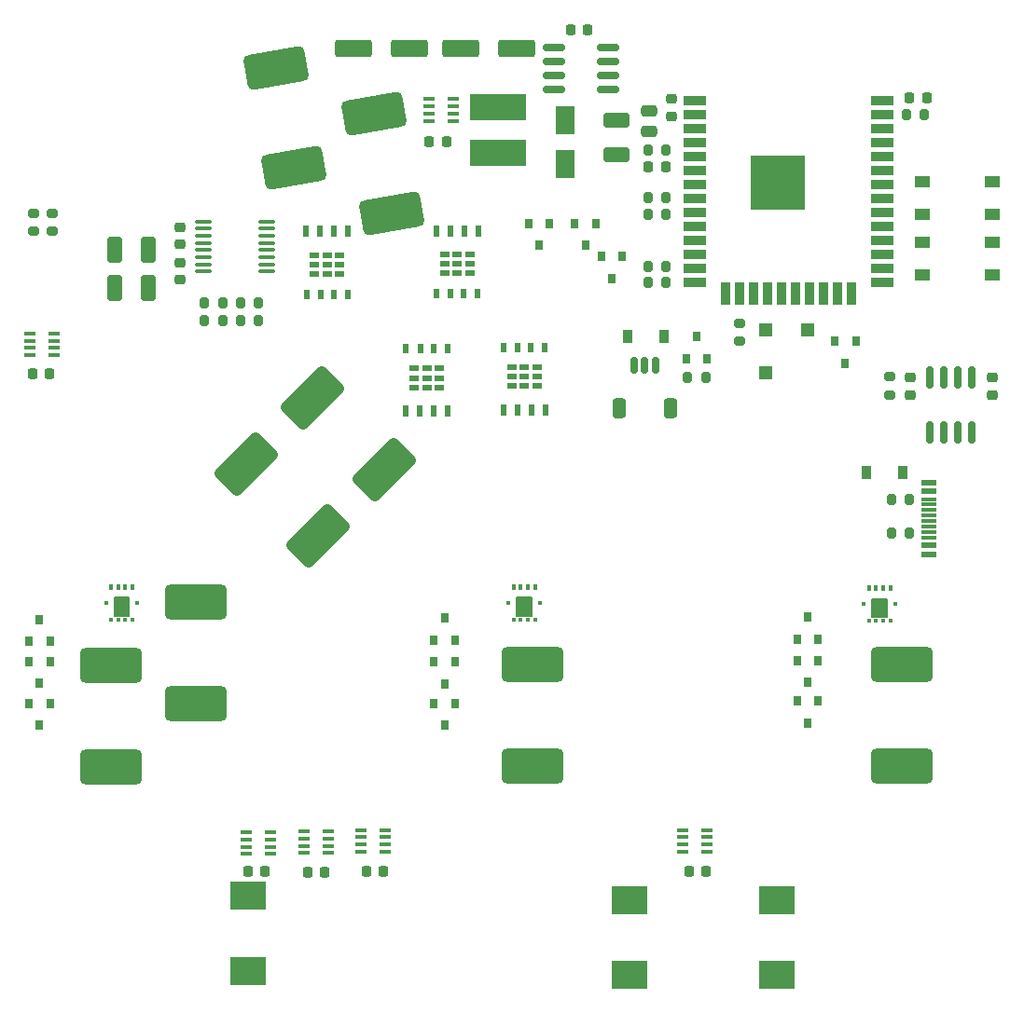
<source format=gbr>
G04 #@! TF.GenerationSoftware,KiCad,Pcbnew,(6.0.0-rc1-314-g10be483430)*
G04 #@! TF.CreationDate,2021-12-09T18:26:49+11:00*
G04 #@! TF.ProjectId,esp32_battery_isolator,65737033-325f-4626-9174-746572795f69,G*
G04 #@! TF.SameCoordinates,Original*
G04 #@! TF.FileFunction,Paste,Top*
G04 #@! TF.FilePolarity,Positive*
%FSLAX46Y46*%
G04 Gerber Fmt 4.6, Leading zero omitted, Abs format (unit mm)*
G04 Created by KiCad (PCBNEW (6.0.0-rc1-314-g10be483430)) date 2021-12-09 18:26:49*
%MOMM*%
%LPD*%
G01*
G04 APERTURE LIST*
G04 Aperture macros list*
%AMRoundRect*
0 Rectangle with rounded corners*
0 $1 Rounding radius*
0 $2 $3 $4 $5 $6 $7 $8 $9 X,Y pos of 4 corners*
0 Add a 4 corners polygon primitive as box body*
4,1,4,$2,$3,$4,$5,$6,$7,$8,$9,$2,$3,0*
0 Add four circle primitives for the rounded corners*
1,1,$1+$1,$2,$3*
1,1,$1+$1,$4,$5*
1,1,$1+$1,$6,$7*
1,1,$1+$1,$8,$9*
0 Add four rect primitives between the rounded corners*
20,1,$1+$1,$2,$3,$4,$5,0*
20,1,$1+$1,$4,$5,$6,$7,0*
20,1,$1+$1,$6,$7,$8,$9,0*
20,1,$1+$1,$8,$9,$2,$3,0*%
G04 Aperture macros list end*
%ADD10C,0.150000*%
%ADD11R,1.400000X1.000000*%
%ADD12RoundRect,0.250000X0.925000X-0.412500X0.925000X0.412500X-0.925000X0.412500X-0.925000X-0.412500X0*%
%ADD13R,0.800000X0.900000*%
%ADD14R,0.350000X0.500000*%
%ADD15R,0.400000X0.300000*%
%ADD16R,0.380000X0.430000*%
%ADD17RoundRect,0.100000X-0.637500X-0.100000X0.637500X-0.100000X0.637500X0.100000X-0.637500X0.100000X0*%
%ADD18RoundRect,0.200000X-0.200000X-0.275000X0.200000X-0.275000X0.200000X0.275000X-0.200000X0.275000X0*%
%ADD19R,0.900000X0.600000*%
%ADD20R,0.600000X0.900000*%
%ADD21R,0.600000X1.050000*%
%ADD22R,3.300000X2.500000*%
%ADD23RoundRect,0.484848X2.473624X-0.696188X2.086336X1.500232X-2.473624X0.696188X-2.086336X-1.500232X0*%
%ADD24RoundRect,0.225000X-0.225000X-0.250000X0.225000X-0.250000X0.225000X0.250000X-0.225000X0.250000X0*%
%ADD25RoundRect,0.150000X-0.150000X-0.625000X0.150000X-0.625000X0.150000X0.625000X-0.150000X0.625000X0*%
%ADD26RoundRect,0.250000X-0.350000X-0.650000X0.350000X-0.650000X0.350000X0.650000X-0.350000X0.650000X0*%
%ADD27RoundRect,0.484848X2.425591X0.848528X0.848528X2.425591X-2.425591X-0.848528X-0.848528X-2.425591X0*%
%ADD28R,1.060000X0.400000*%
%ADD29R,0.900000X1.200000*%
%ADD30RoundRect,0.225000X-0.250000X0.225000X-0.250000X-0.225000X0.250000X-0.225000X0.250000X0.225000X0*%
%ADD31RoundRect,0.200000X-0.275000X0.200000X-0.275000X-0.200000X0.275000X-0.200000X0.275000X0.200000X0*%
%ADD32RoundRect,0.218750X-0.218750X-0.256250X0.218750X-0.256250X0.218750X0.256250X-0.218750X0.256250X0*%
%ADD33RoundRect,0.250000X1.412500X0.550000X-1.412500X0.550000X-1.412500X-0.550000X1.412500X-0.550000X0*%
%ADD34RoundRect,0.150000X0.150000X-0.825000X0.150000X0.825000X-0.150000X0.825000X-0.150000X-0.825000X0*%
%ADD35RoundRect,0.484848X-2.315152X1.115152X-2.315152X-1.115152X2.315152X-1.115152X2.315152X1.115152X0*%
%ADD36RoundRect,0.250000X0.412500X0.925000X-0.412500X0.925000X-0.412500X-0.925000X0.412500X-0.925000X0*%
%ADD37RoundRect,0.200000X0.200000X0.275000X-0.200000X0.275000X-0.200000X-0.275000X0.200000X-0.275000X0*%
%ADD38R,2.000000X0.900000*%
%ADD39R,0.900000X2.000000*%
%ADD40R,5.000000X5.000000*%
%ADD41RoundRect,0.250000X0.475000X-0.250000X0.475000X0.250000X-0.475000X0.250000X-0.475000X-0.250000X0*%
%ADD42R,1.450000X0.600000*%
%ADD43R,1.450000X0.300000*%
%ADD44RoundRect,0.225000X0.250000X-0.225000X0.250000X0.225000X-0.250000X0.225000X-0.250000X-0.225000X0*%
%ADD45RoundRect,0.225000X0.225000X0.250000X-0.225000X0.250000X-0.225000X-0.250000X0.225000X-0.250000X0*%
%ADD46RoundRect,0.484848X2.315152X-1.115152X2.315152X1.115152X-2.315152X1.115152X-2.315152X-1.115152X0*%
%ADD47R,1.800000X2.500000*%
%ADD48RoundRect,0.150000X-0.825000X-0.150000X0.825000X-0.150000X0.825000X0.150000X-0.825000X0.150000X0*%
%ADD49R,1.300000X1.300000*%
%ADD50R,5.100000X2.350000*%
G04 APERTURE END LIST*
D10*
X186814100Y-98163250D02*
X186814100Y-99806750D01*
X186814100Y-99806750D02*
X185485900Y-99806750D01*
X185485900Y-99806750D02*
X185485900Y-98163250D01*
X185485900Y-98163250D02*
X186814100Y-98163250D01*
G36*
X186814100Y-99806750D02*
G01*
X185485900Y-99806750D01*
X185485900Y-98163250D01*
X186814100Y-98163250D01*
X186814100Y-99806750D01*
G37*
X186814100Y-99806750D02*
X185485900Y-99806750D01*
X185485900Y-98163250D01*
X186814100Y-98163250D01*
X186814100Y-99806750D01*
X118014100Y-98063250D02*
X118014100Y-99706750D01*
X118014100Y-99706750D02*
X116685900Y-99706750D01*
X116685900Y-99706750D02*
X116685900Y-98063250D01*
X116685900Y-98063250D02*
X118014100Y-98063250D01*
G36*
X118014100Y-99706750D02*
G01*
X116685900Y-99706750D01*
X116685900Y-98063250D01*
X118014100Y-98063250D01*
X118014100Y-99706750D01*
G37*
X118014100Y-99706750D02*
X116685900Y-99706750D01*
X116685900Y-98063250D01*
X118014100Y-98063250D01*
X118014100Y-99706750D01*
X154564100Y-98063250D02*
X154564100Y-99706750D01*
X154564100Y-99706750D02*
X153235900Y-99706750D01*
X153235900Y-99706750D02*
X153235900Y-98063250D01*
X153235900Y-98063250D02*
X154564100Y-98063250D01*
G36*
X154564100Y-99706750D02*
G01*
X153235900Y-99706750D01*
X153235900Y-98063250D01*
X154564100Y-98063250D01*
X154564100Y-99706750D01*
G37*
X154564100Y-99706750D02*
X153235900Y-99706750D01*
X153235900Y-98063250D01*
X154564100Y-98063250D01*
X154564100Y-99706750D01*
D11*
X190050000Y-60250000D03*
X196350000Y-60250000D03*
X196350000Y-63250000D03*
X190050000Y-63250000D03*
D12*
X162250000Y-57787500D03*
X162250000Y-54712500D03*
D13*
X162800000Y-67050000D03*
X160900000Y-67050000D03*
X161850000Y-69050000D03*
D14*
X185175000Y-97225000D03*
D15*
X185175000Y-100125000D03*
X187125000Y-100125000D03*
X186475000Y-100125000D03*
D16*
X187565000Y-98625000D03*
D15*
X185825000Y-100125000D03*
D16*
X184735000Y-98625000D03*
D14*
X186475000Y-97225000D03*
X185825000Y-97225000D03*
X187125000Y-97225000D03*
D17*
X124787500Y-63875000D03*
X124787500Y-64525000D03*
X124787500Y-65175000D03*
X124787500Y-65825000D03*
X124787500Y-66475000D03*
X124787500Y-67125000D03*
X124787500Y-67775000D03*
X124787500Y-68425000D03*
X130512500Y-68425000D03*
X130512500Y-67775000D03*
X130512500Y-67125000D03*
X130512500Y-66475000D03*
X130512500Y-65825000D03*
X130512500Y-65175000D03*
X130512500Y-64525000D03*
X130512500Y-63875000D03*
D18*
X165125000Y-57350000D03*
X166775000Y-57350000D03*
D19*
X153900000Y-78850000D03*
X152750000Y-77150000D03*
X153900000Y-77150000D03*
D20*
X153300000Y-75300000D03*
D19*
X153900000Y-78000000D03*
X155050000Y-77150000D03*
X152750000Y-78850000D03*
D20*
X154500000Y-75300000D03*
X152020000Y-75300000D03*
D19*
X152750000Y-78000000D03*
D20*
X155780000Y-75300000D03*
D19*
X155050000Y-78850000D03*
X155050000Y-78000000D03*
D21*
X155810000Y-81020000D03*
X153260000Y-81020000D03*
X151990000Y-81020000D03*
X154540000Y-81020000D03*
D22*
X163450000Y-132350000D03*
X163450000Y-125550000D03*
D18*
X187225000Y-92150000D03*
X188875000Y-92150000D03*
D23*
X132948782Y-58980116D03*
X131351218Y-49919884D03*
D18*
X165125000Y-69450000D03*
X166775000Y-69450000D03*
D24*
X109275000Y-77750000D03*
X110825000Y-77750000D03*
D11*
X196350000Y-65750000D03*
X190050000Y-65750000D03*
X196350000Y-68750000D03*
X190050000Y-68750000D03*
D25*
X163850000Y-76950000D03*
X164850000Y-76950000D03*
X165850000Y-76950000D03*
D26*
X167150000Y-80825000D03*
X162550000Y-80825000D03*
D27*
X141152691Y-86402691D03*
X134647309Y-79897309D03*
D24*
X134235000Y-123040000D03*
X135785000Y-123040000D03*
X158100000Y-46450000D03*
X159650000Y-46450000D03*
D28*
X168300000Y-119170000D03*
X168300000Y-119820000D03*
X168300000Y-120480000D03*
X168300000Y-121130000D03*
X170500000Y-121130000D03*
X170500000Y-120480000D03*
X170500000Y-119820000D03*
X170500000Y-119170000D03*
D29*
X163300000Y-74350000D03*
X166600000Y-74350000D03*
D13*
X110850000Y-107650000D03*
X108950000Y-107650000D03*
X109900000Y-109650000D03*
X147600000Y-103900000D03*
X145700000Y-103900000D03*
X146650000Y-105900000D03*
D30*
X188950000Y-78075000D03*
X188950000Y-79625000D03*
D14*
X116375000Y-97125000D03*
D16*
X118765000Y-98525000D03*
D15*
X117025000Y-100025000D03*
X116375000Y-100025000D03*
D16*
X115935000Y-98525000D03*
D15*
X117675000Y-100025000D03*
X118325000Y-100025000D03*
D14*
X117675000Y-97125000D03*
X118325000Y-97125000D03*
X117025000Y-97125000D03*
D29*
X185000000Y-86650000D03*
X188300000Y-86650000D03*
D31*
X109350000Y-63125000D03*
X109350000Y-64775000D03*
D14*
X152925000Y-97125000D03*
D15*
X154875000Y-100025000D03*
X154225000Y-100025000D03*
X153575000Y-100025000D03*
D16*
X155315000Y-98525000D03*
D15*
X152925000Y-100025000D03*
D16*
X152485000Y-98525000D03*
D14*
X154225000Y-97125000D03*
X153575000Y-97125000D03*
X154875000Y-97125000D03*
D32*
X188862500Y-52650000D03*
X190437500Y-52650000D03*
D33*
X153187500Y-48150000D03*
X148112500Y-48150000D03*
D13*
X168600000Y-76350000D03*
X170500000Y-76350000D03*
X169550000Y-74350000D03*
D28*
X133910000Y-119310000D03*
X133910000Y-119960000D03*
X133910000Y-120620000D03*
X133910000Y-121270000D03*
X136110000Y-121270000D03*
X136110000Y-120620000D03*
X136110000Y-119960000D03*
X136110000Y-119310000D03*
D24*
X139575000Y-122900000D03*
X141125000Y-122900000D03*
D28*
X109050000Y-74070000D03*
X109050000Y-74720000D03*
X109050000Y-75380000D03*
X109050000Y-76030000D03*
X111250000Y-76030000D03*
X111250000Y-75380000D03*
X111250000Y-74720000D03*
X111250000Y-74070000D03*
D24*
X168875000Y-122900000D03*
X170425000Y-122900000D03*
D34*
X190745000Y-83025000D03*
X192015000Y-83025000D03*
X193285000Y-83025000D03*
X194555000Y-83025000D03*
X194555000Y-78075000D03*
X193285000Y-78075000D03*
X192015000Y-78075000D03*
X190745000Y-78075000D03*
D33*
X143487500Y-48150000D03*
X138412500Y-48150000D03*
D35*
X154650000Y-104150000D03*
X154650000Y-113350000D03*
D30*
X122650000Y-64375000D03*
X122650000Y-65925000D03*
D18*
X188575000Y-54150000D03*
X190225000Y-54150000D03*
D36*
X119787500Y-66450000D03*
X116712500Y-66450000D03*
D19*
X137150000Y-66950000D03*
X136000000Y-66950000D03*
D20*
X135400000Y-70500000D03*
D19*
X137150000Y-67800000D03*
X136000000Y-67800000D03*
D20*
X134120000Y-70500000D03*
X137880000Y-70500000D03*
D19*
X134850000Y-68650000D03*
X134850000Y-66950000D03*
X136000000Y-68650000D03*
X134850000Y-67800000D03*
D20*
X136600000Y-70500000D03*
D19*
X137150000Y-68650000D03*
D21*
X134090000Y-64780000D03*
X136640000Y-64780000D03*
X137910000Y-64780000D03*
X135360000Y-64780000D03*
D31*
X111050000Y-63125000D03*
X111050000Y-64775000D03*
D19*
X147800000Y-66900000D03*
D20*
X145920000Y-70450000D03*
X149680000Y-70450000D03*
D19*
X146650000Y-68600000D03*
X147800000Y-67750000D03*
X146650000Y-67750000D03*
X148950000Y-67750000D03*
X148950000Y-66900000D03*
X147800000Y-68600000D03*
X148950000Y-68600000D03*
D20*
X147200000Y-70450000D03*
D19*
X146650000Y-66900000D03*
D20*
X148400000Y-70450000D03*
D21*
X145890000Y-64730000D03*
X149710000Y-64730000D03*
X147160000Y-64730000D03*
X148440000Y-64730000D03*
D37*
X166775000Y-61750000D03*
X165125000Y-61750000D03*
D31*
X173450000Y-73125000D03*
X173450000Y-74775000D03*
D22*
X128850000Y-131950000D03*
X128850000Y-125150000D03*
X176850000Y-132350000D03*
X176850000Y-125550000D03*
D24*
X128800000Y-122950000D03*
X130350000Y-122950000D03*
D13*
X178700000Y-101850000D03*
X180600000Y-101850000D03*
X179650000Y-99850000D03*
D18*
X165125000Y-63250000D03*
X166775000Y-63250000D03*
D13*
X184000000Y-74750000D03*
X182100000Y-74750000D03*
X183050000Y-76750000D03*
X180600000Y-103750000D03*
X178700000Y-103750000D03*
X179650000Y-105750000D03*
D35*
X116350000Y-104250000D03*
X116350000Y-113450000D03*
D18*
X168725000Y-78050000D03*
X170375000Y-78050000D03*
X128150000Y-71300000D03*
X129800000Y-71300000D03*
D37*
X126500000Y-71300000D03*
X124850000Y-71300000D03*
D30*
X122650000Y-67625000D03*
X122650000Y-69175000D03*
D28*
X128700000Y-119370000D03*
X128700000Y-120020000D03*
X128700000Y-120680000D03*
X128700000Y-121330000D03*
X130900000Y-121330000D03*
X130900000Y-120680000D03*
X130900000Y-120020000D03*
X130900000Y-119370000D03*
D38*
X169400000Y-52895000D03*
X169400000Y-54165000D03*
X169400000Y-55435000D03*
X169400000Y-56705000D03*
X169400000Y-57975000D03*
X169400000Y-59245000D03*
X169400000Y-60515000D03*
X169400000Y-61785000D03*
X169400000Y-63055000D03*
X169400000Y-64325000D03*
X169400000Y-65595000D03*
X169400000Y-66865000D03*
X169400000Y-68135000D03*
X169400000Y-69405000D03*
D39*
X172185000Y-70405000D03*
X173455000Y-70405000D03*
X174725000Y-70405000D03*
X175995000Y-70405000D03*
X177265000Y-70405000D03*
X178535000Y-70405000D03*
X179805000Y-70405000D03*
X181075000Y-70405000D03*
X182345000Y-70405000D03*
X183615000Y-70405000D03*
D38*
X186400000Y-69405000D03*
X186400000Y-68135000D03*
X186400000Y-66865000D03*
X186400000Y-65595000D03*
X186400000Y-64325000D03*
X186400000Y-63055000D03*
X186400000Y-61785000D03*
X186400000Y-60515000D03*
X186400000Y-59245000D03*
X186400000Y-57975000D03*
X186400000Y-56705000D03*
X186400000Y-55435000D03*
X186400000Y-54165000D03*
X186400000Y-52895000D03*
D40*
X176900000Y-60395000D03*
D41*
X165250000Y-55700000D03*
X165250000Y-53800000D03*
D28*
X145250000Y-52770000D03*
X145250000Y-53420000D03*
X145250000Y-54080000D03*
X145250000Y-54730000D03*
X147450000Y-54730000D03*
X147450000Y-54080000D03*
X147450000Y-53420000D03*
X147450000Y-52770000D03*
X139050000Y-119170000D03*
X139050000Y-119820000D03*
X139050000Y-120480000D03*
X139050000Y-121130000D03*
X141250000Y-121130000D03*
X141250000Y-120480000D03*
X141250000Y-119820000D03*
X141250000Y-119170000D03*
D42*
X190665000Y-94100000D03*
X190665000Y-93300000D03*
D43*
X190665000Y-92100000D03*
X190665000Y-91100000D03*
X190665000Y-90600000D03*
X190665000Y-89600000D03*
D42*
X190665000Y-88400000D03*
X190665000Y-87600000D03*
X190665000Y-87600000D03*
X190665000Y-88400000D03*
D43*
X190665000Y-89100000D03*
X190665000Y-90100000D03*
X190665000Y-91600000D03*
X190665000Y-92600000D03*
D42*
X190665000Y-93300000D03*
X190665000Y-94100000D03*
D37*
X129800000Y-72900000D03*
X128150000Y-72900000D03*
D13*
X147600000Y-107650000D03*
X145700000Y-107650000D03*
X146650000Y-109650000D03*
X160400000Y-64050000D03*
X158500000Y-64050000D03*
X159450000Y-66050000D03*
D44*
X167250000Y-54325000D03*
X167250000Y-52775000D03*
D13*
X180600000Y-107450000D03*
X178700000Y-107450000D03*
X179650000Y-109450000D03*
D24*
X145275000Y-56600000D03*
X146825000Y-56600000D03*
D35*
X188150000Y-104150000D03*
X188150000Y-113350000D03*
D13*
X108950000Y-102050000D03*
X110850000Y-102050000D03*
X109900000Y-100050000D03*
D18*
X187225000Y-89150000D03*
X188875000Y-89150000D03*
D31*
X187050000Y-77975000D03*
X187050000Y-79625000D03*
D45*
X166725000Y-58950000D03*
X165175000Y-58950000D03*
D13*
X110850000Y-103850000D03*
X108950000Y-103850000D03*
X109900000Y-105850000D03*
D27*
X135152691Y-92402691D03*
X128647309Y-85897309D03*
D13*
X145700000Y-101900000D03*
X147600000Y-101900000D03*
X146650000Y-99900000D03*
D46*
X124050000Y-107650000D03*
X124050000Y-98450000D03*
D23*
X141848782Y-63180116D03*
X140251218Y-54119884D03*
D47*
X157650000Y-58650000D03*
X157650000Y-54650000D03*
D18*
X124850000Y-72900000D03*
X126500000Y-72900000D03*
D13*
X156200000Y-64050000D03*
X154300000Y-64050000D03*
X155250000Y-66050000D03*
D48*
X156575000Y-48045000D03*
X156575000Y-49315000D03*
X156575000Y-50585000D03*
X156575000Y-51855000D03*
X161525000Y-51855000D03*
X161525000Y-50585000D03*
X161525000Y-49315000D03*
X161525000Y-48045000D03*
D36*
X119787500Y-69950000D03*
X116712500Y-69950000D03*
D49*
X179600000Y-73700000D03*
X175800000Y-77600000D03*
X175800000Y-73700000D03*
D19*
X146200000Y-78091079D03*
D20*
X144450000Y-75391079D03*
X145650000Y-75391079D03*
D19*
X145050000Y-78941079D03*
D20*
X146930000Y-75391079D03*
D19*
X143900000Y-78091079D03*
D20*
X143170000Y-75391079D03*
D19*
X146200000Y-77241079D03*
X146200000Y-78941079D03*
X143900000Y-77241079D03*
X143900000Y-78941079D03*
X145050000Y-78091079D03*
X145050000Y-77241079D03*
D21*
X146960000Y-81111079D03*
X143140000Y-81111079D03*
X144410000Y-81111079D03*
X145690000Y-81111079D03*
D30*
X196350000Y-78075000D03*
X196350000Y-79625000D03*
D50*
X151550000Y-53475000D03*
X151550000Y-57625000D03*
D37*
X166775000Y-67950000D03*
X165125000Y-67950000D03*
M02*

</source>
